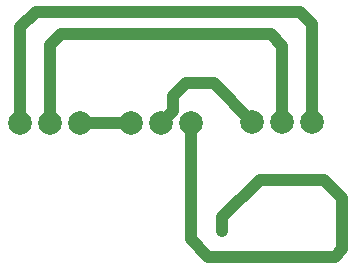
<source format=gbr>
G04 #@! TF.GenerationSoftware,KiCad,Pcbnew,(5.0.2)-1*
G04 #@! TF.CreationDate,2019-04-11T16:13:41+02:00*
G04 #@! TF.ProjectId,PCBPRUEBACNC,50434250-5255-4454-9241-434e432e6b69,rev?*
G04 #@! TF.SameCoordinates,Original*
G04 #@! TF.FileFunction,Copper,L1,Top*
G04 #@! TF.FilePolarity,Positive*
%FSLAX46Y46*%
G04 Gerber Fmt 4.6, Leading zero omitted, Abs format (unit mm)*
G04 Created by KiCad (PCBNEW (5.0.2)-1) date 11/04/2019 16:13:41*
%MOMM*%
%LPD*%
G01*
G04 APERTURE LIST*
G04 #@! TA.AperFunction,ComponentPad*
%ADD10C,2.000000*%
G04 #@! TD*
G04 #@! TA.AperFunction,Conductor*
%ADD11C,1.000000*%
G04 #@! TD*
G04 APERTURE END LIST*
D10*
G04 #@! TO.P,REF\002A\002A,3*
G04 #@! TO.N,N/C*
X122740000Y-67500000D03*
G04 #@! TO.P,REF\002A\002A,2*
X120200000Y-67500000D03*
G04 #@! TO.P,REF\002A\002A,1*
X117660000Y-67500000D03*
G04 #@! TD*
G04 #@! TO.P,REF\002A\002A,3*
G04 #@! TO.N,N/C*
X133020000Y-67420000D03*
G04 #@! TO.P,REF\002A\002A,2*
X130480000Y-67420000D03*
G04 #@! TO.P,REF\002A\002A,1*
X127940000Y-67420000D03*
G04 #@! TD*
G04 #@! TO.P,REF\002A\002A,3*
G04 #@! TO.N,N/C*
X113370000Y-67540000D03*
G04 #@! TO.P,REF\002A\002A,2*
X110830000Y-67540000D03*
G04 #@! TO.P,REF\002A\002A,1*
X108290000Y-67540000D03*
G04 #@! TD*
D11*
G04 #@! TO.N,*
X108290000Y-67540000D02*
X108290000Y-59420000D01*
X108290000Y-59420000D02*
X109610000Y-58100000D01*
X109610000Y-58100000D02*
X131990000Y-58100000D01*
X133020000Y-59130000D02*
X133020000Y-67420000D01*
X131990000Y-58100000D02*
X133020000Y-59130000D01*
X110830000Y-67540000D02*
X110830000Y-60930000D01*
X110830000Y-60930000D02*
X111770000Y-59990000D01*
X111770000Y-59990000D02*
X129500000Y-59990000D01*
X130480000Y-60970000D02*
X130480000Y-67420000D01*
X129500000Y-59990000D02*
X130480000Y-60970000D01*
X117620000Y-67540000D02*
X117660000Y-67500000D01*
X113370000Y-67540000D02*
X117620000Y-67540000D01*
X121199999Y-66500001D02*
X121199999Y-65260001D01*
X120200000Y-67500000D02*
X121199999Y-66500001D01*
X121199999Y-65260001D02*
X122300000Y-64160000D01*
X124680000Y-64160000D02*
X127940000Y-67420000D01*
X122300000Y-64160000D02*
X124680000Y-64160000D01*
X122740000Y-67500000D02*
X122740000Y-77350000D01*
X122740000Y-77350000D02*
X124220000Y-78830000D01*
X124220000Y-78830000D02*
X134900000Y-78830000D01*
X134900000Y-78830000D02*
X135510000Y-78220000D01*
X135510000Y-78220000D02*
X135510000Y-73870000D01*
X135510000Y-73870000D02*
X134000000Y-72360000D01*
X134000000Y-72360000D02*
X128550000Y-72360000D01*
X128550000Y-72360000D02*
X125400000Y-75510000D01*
X125400000Y-75510000D02*
X125400000Y-76690000D01*
G04 #@! TD*
M02*

</source>
